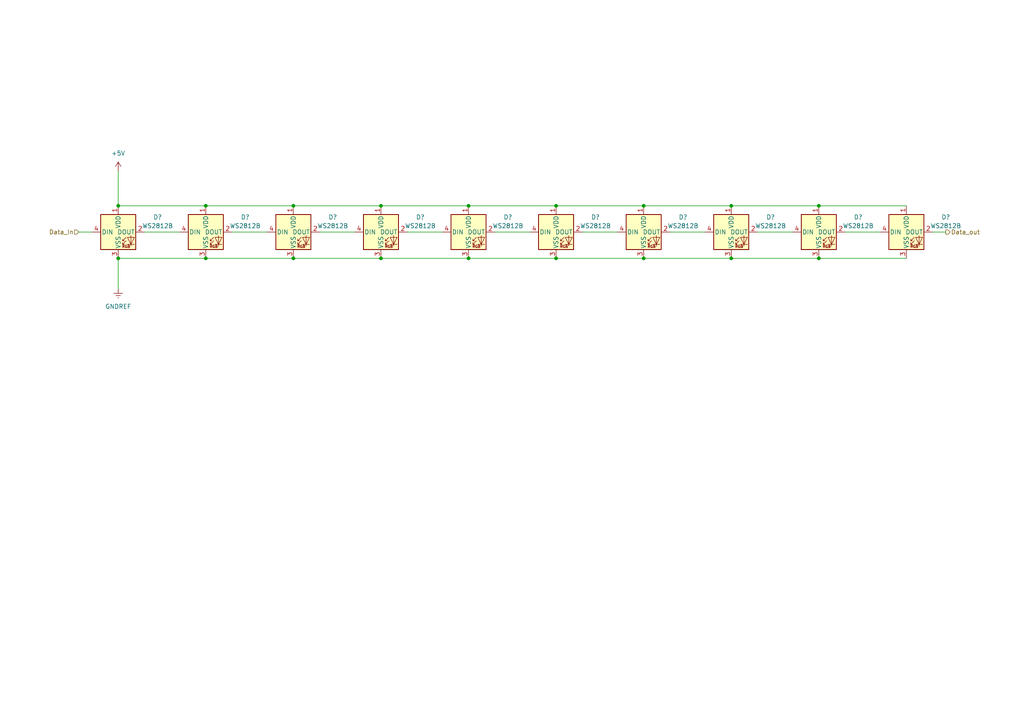
<source format=kicad_sch>
(kicad_sch (version 20211123) (generator eeschema)
  (paper "A4")
  (lib_symbols
    (symbol "LED:WS2812B" (pin_names (offset 0.254))
      (property "Reference" "D" (at 5.08 5.715 0))
      (property "Value" "WS2812B" (at 1.27 -5.715 0))
      (symbol "WS2812B_0_0"
        (text "RGB" (at 2.286 -4.191 0) (effects (font (size 0.762 0.762))))
      )
      (symbol "WS2812B_0_1"
        (polyline (pts (xy 1.27 -3.556) (xy 1.778 -3.556)))
        (polyline (pts (xy 1.27 -2.54) (xy 1.778 -2.54)))
        (polyline (pts (xy 4.699 -3.556) (xy 2.667 -3.556)))
        (polyline (pts (xy 2.286 -2.54) (xy 1.27 -3.556) (xy 1.27 -3.048)))
        (polyline (pts (xy 2.286 -1.524) (xy 1.27 -2.54) (xy 1.27 -2.032)))
        (polyline (pts (xy 3.683 -1.016) (xy 3.683 -3.556) (xy 3.683 -4.064)))
        (polyline (pts (xy 4.699 -1.524) (xy 2.667 -1.524) (xy 3.683 -3.556) (xy 4.699 -1.524)))
        (rectangle (start 5.08 5.08) (end -5.08 -5.08) (stroke (width 0.254)) (fill (type background)))
      )
      (symbol "WS2812B_1_1"
        (pin power_in line (at 0 7.62 270) (length 2.54) (name "VDD") (number "1"))
        (pin output line (at 7.62 0 180) (length 2.54) (name "DOUT") (number "2"))
        (pin power_in line (at 0 -7.62 90) (length 2.54) (name "VSS") (number "3"))
        (pin input line (at -7.62 0 0) (length 2.54) (name "DIN") (number "4"))
      )
    )
    (symbol "power:+5V" (power) (pin_names (offset 0))
      (property "Value" "+5V" (at 0 3.556 0))
      (symbol "+5V_0_1"
        (polyline (pts (xy -0.762 1.27) (xy 0 2.54)))
        (polyline (pts (xy 0 0) (xy 0 2.54)))
        (polyline (pts (xy 0 2.54) (xy 0.762 1.27)))
      )
      (symbol "+5V_1_1"
        (pin power_in line (at 0 0 90) (length 0) hide (name "+5V") (number "1"))
      )
    )
    (symbol "power:GNDREF" (power) (pin_names (offset 0))
      (property "Value" "GNDREF" (at 0 -3.81 0))
      (symbol "GNDREF_0_1"
        (polyline (pts (xy -0.635 -1.905) (xy 0.635 -1.905)))
        (polyline (pts (xy -0.127 -2.54) (xy 0.127 -2.54)))
        (polyline (pts (xy 0 -1.27) (xy 0 0)))
        (polyline (pts (xy 1.27 -1.27) (xy -1.27 -1.27)))
      )
      (symbol "GNDREF_1_1"
        (pin power_in line (at 0 0 270) (length 0) hide (name "GNDREF") (number "1"))
      )
    )
  )
  (junction (at 85.09 59.69))
  (junction (at 59.69 59.69))
  (junction (at 161.29 74.93))
  (junction (at 212.09 74.93))
  (junction (at 34.29 59.69))
  (junction (at 186.69 59.69))
  (junction (at 186.69 74.93))
  (junction (at 237.49 59.69))
  (junction (at 135.89 74.93))
  (junction (at 59.69 74.93))
  (junction (at 237.49 74.93))
  (junction (at 135.89 59.69))
  (junction (at 110.49 59.69))
  (junction (at 34.29 74.93))
  (junction (at 110.49 74.93))
  (junction (at 212.09 59.69))
  (junction (at 85.09 74.93))
  (junction (at 161.29 59.69))
  (wire (pts (xy 186.69 74.93) (xy 212.09 74.93)))
  (wire (pts (xy 85.09 59.69) (xy 110.49 59.69)))
  (wire (pts (xy 110.49 74.93) (xy 135.89 74.93)))
  (wire (pts (xy 135.89 59.69) (xy 161.29 59.69)))
  (wire (pts (xy 237.49 59.69) (xy 262.89 59.69)))
  (wire (pts (xy 59.69 74.93) (xy 85.09 74.93)))
  (wire (pts (xy 135.89 74.93) (xy 161.29 74.93)))
  (wire (pts (xy 110.49 59.69) (xy 135.89 59.69)))
  (wire (pts (xy 118.11 67.31) (xy 128.27 67.31)))
  (wire (pts (xy 245.11 67.31) (xy 255.27 67.31)))
  (wire (pts (xy 219.71 67.31) (xy 229.87 67.31)))
  (wire (pts (xy 34.29 74.93) (xy 34.29 83.82)))
  (wire (pts (xy 270.51 67.31) (xy 274.32 67.31)))
  (wire (pts (xy 67.31 67.31) (xy 77.47 67.31)))
  (wire (pts (xy 161.29 74.93) (xy 186.69 74.93)))
  (wire (pts (xy 41.91 67.31) (xy 52.07 67.31)))
  (wire (pts (xy 34.29 74.93) (xy 59.69 74.93)))
  (wire (pts (xy 22.86 67.31) (xy 26.67 67.31)))
  (wire (pts (xy 34.29 59.69) (xy 59.69 59.69)))
  (wire (pts (xy 59.69 59.69) (xy 85.09 59.69)))
  (wire (pts (xy 85.09 74.93) (xy 110.49 74.93)))
  (wire (pts (xy 143.51 67.31) (xy 153.67 67.31)))
  (wire (pts (xy 186.69 59.69) (xy 212.09 59.69)))
  (wire (pts (xy 168.91 67.31) (xy 179.07 67.31)))
  (wire (pts (xy 212.09 74.93) (xy 237.49 74.93)))
  (wire (pts (xy 212.09 59.69) (xy 237.49 59.69)))
  (wire (pts (xy 237.49 74.93) (xy 262.89 74.93)))
  (wire (pts (xy 161.29 59.69) (xy 186.69 59.69)))
  (wire (pts (xy 92.71 67.31) (xy 102.87 67.31)))
  (wire (pts (xy 194.31 67.31) (xy 204.47 67.31)))
  (wire (pts (xy 34.29 49.53) (xy 34.29 59.69)))
  (hierarchical_label "Data_In" (shape input) (at 22.86 67.31 180))
  (hierarchical_label "Data_out" (shape output) (at 274.32 67.31 0))
  (symbol (lib_id "LED:WS2812B") (at 135.89 67.31 0)
    (property "Reference" "D?" (at 147.32 62.9793 0))
    (property "Value" "WS2812B" (at 147.32 65.5193 0))
    (property "Footprint" "LED_SMD:LED_WS2812B_PLCC4_5.0x5.0mm_P3.2mm" (effects hide))
    (property "Datasheet" "https://cdn-shop.adafruit.com/datasheets/WS2812B.pdf" (effects hide))
  )
  (symbol (lib_id "LED:WS2812B") (at 186.69 67.31 0)
    (property "Reference" "D?" (at 198.12 62.9793 0))
    (property "Value" "WS2812B" (at 198.12 65.5193 0))
    (property "Footprint" "LED_SMD:LED_WS2812B_PLCC4_5.0x5.0mm_P3.2mm" (effects hide))
    (property "Datasheet" "https://cdn-shop.adafruit.com/datasheets/WS2812B.pdf" (effects hide))
  )
  (symbol (lib_id "LED:WS2812B") (at 59.69 67.31 0)
    (property "Reference" "D?" (at 71.12 62.9793 0))
    (property "Value" "WS2812B" (at 71.12 65.5193 0))
    (property "Footprint" "LED_SMD:LED_WS2812B_PLCC4_5.0x5.0mm_P3.2mm" (effects hide))
    (property "Datasheet" "https://cdn-shop.adafruit.com/datasheets/WS2812B.pdf" (effects hide))
  )
  (symbol (lib_id "LED:WS2812B") (at 34.29 67.31 0)
    (property "Reference" "D?" (at 45.72 62.9793 0))
    (property "Value" "WS2812B" (at 45.72 65.5193 0))
    (property "Footprint" "LED_SMD:LED_WS2812B_PLCC4_5.0x5.0mm_P3.2mm" (effects hide))
    (property "Datasheet" "https://cdn-shop.adafruit.com/datasheets/WS2812B.pdf" (effects hide))
  )
  (symbol (lib_id "LED:WS2812B") (at 161.29 67.31 0)
    (property "Reference" "D?" (at 172.72 62.9793 0))
    (property "Value" "WS2812B" (at 172.72 65.5193 0))
    (property "Footprint" "LED_SMD:LED_WS2812B_PLCC4_5.0x5.0mm_P3.2mm" (effects hide))
    (property "Datasheet" "https://cdn-shop.adafruit.com/datasheets/WS2812B.pdf" (effects hide))
  )
  (symbol (lib_id "power:GNDREF") (at 34.29 83.82 0)
    (property "Reference" "#PWR?" (effects hide))
    (property "Value" "GNDREF" (at 34.29 88.9 0))
  )
  (symbol (lib_id "power:+5V") (at 34.29 49.53 0)
    (property "Reference" "#PWR?" (effects hide))
    (property "Value" "+5V" (at 34.29 44.45 0))
  )
  (symbol (lib_id "LED:WS2812B") (at 262.89 67.31 0)
    (property "Reference" "D?" (at 274.32 62.9793 0))
    (property "Value" "WS2812B" (at 274.32 65.5193 0))
    (property "Footprint" "LED_SMD:LED_WS2812B_PLCC4_5.0x5.0mm_P3.2mm" (effects hide))
    (property "Datasheet" "https://cdn-shop.adafruit.com/datasheets/WS2812B.pdf" (effects hide))
  )
  (symbol (lib_id "LED:WS2812B") (at 85.09 67.31 0)
    (property "Reference" "D?" (at 96.52 62.9793 0))
    (property "Value" "WS2812B" (at 96.52 65.5193 0))
    (property "Footprint" "LED_SMD:LED_WS2812B_PLCC4_5.0x5.0mm_P3.2mm" (effects hide))
    (property "Datasheet" "https://cdn-shop.adafruit.com/datasheets/WS2812B.pdf" (effects hide))
  )
  (symbol (lib_id "LED:WS2812B") (at 237.49 67.31 0)
    (property "Reference" "D?" (at 248.92 62.9793 0))
    (property "Value" "WS2812B" (at 248.92 65.5193 0))
    (property "Footprint" "LED_SMD:LED_WS2812B_PLCC4_5.0x5.0mm_P3.2mm" (effects hide))
    (property "Datasheet" "https://cdn-shop.adafruit.com/datasheets/WS2812B.pdf" (effects hide))
  )
  (symbol (lib_id "LED:WS2812B") (at 212.09 67.31 0)
    (property "Reference" "D?" (at 223.52 62.9793 0))
    (property "Value" "WS2812B" (at 223.52 65.5193 0))
    (property "Footprint" "LED_SMD:LED_WS2812B_PLCC4_5.0x5.0mm_P3.2mm" (effects hide))
    (property "Datasheet" "https://cdn-shop.adafruit.com/datasheets/WS2812B.pdf" (effects hide))
  )
  (symbol (lib_id "LED:WS2812B") (at 110.49 67.31 0)
    (property "Reference" "D?" (at 121.92 62.9793 0))
    (property "Value" "WS2812B" (at 121.92 65.5193 0))
    (property "Footprint" "LED_SMD:LED_WS2812B_PLCC4_5.0x5.0mm_P3.2mm" (effects hide))
    (property "Datasheet" "https://cdn-shop.adafruit.com/datasheets/WS2812B.pdf" (effects hide))
  )
)
</source>
